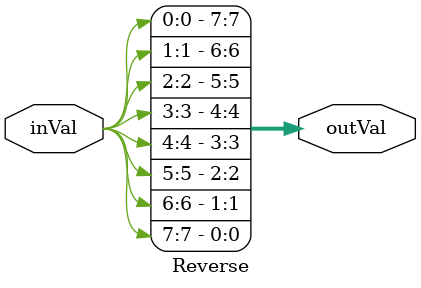
<source format=sv>
module Reverse #(parameter N = 3) (inVal, outVal);
    input logic [((2**N)-1):0] inVal;                    // original input data (8-bit)
    output logic [((2**N)-1):0] outVal;                  // output value (8-bit)
    
    // for loop execution to generate the reversal:
    generate 
        genvar i;
            for (i = 0; i < (2**N); i = i + 1)
                assign outVal[i] = inVal[((2**N) - 1) - i];
    endgenerate
    
endmodule
    

</source>
